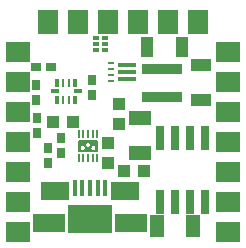
<source format=gts>
G04 DipTrace 2.4.0.2*
%INUSBBiPower3.2.gts*%
%MOIN*%
%ADD32R,0.071X0.044*%
%ADD33R,0.044X0.071*%
%ADD41C,0.0065*%
%ADD42C,0.007*%
%ADD52R,0.134X0.038*%
%ADD56R,0.0236X0.0098*%
%ADD57O,0.0236X0.0098*%
%ADD58R,0.0646X0.0173*%
%ADD65R,0.0252X0.0803*%
%ADD66R,0.022X0.0134*%
%ADD71R,0.1492X0.0921*%
%ADD72R,0.1079X0.0646*%
%ADD73R,0.0961X0.0646*%
%ADD74R,0.0173X0.0547*%
%ADD77R,0.011X0.0252*%
%ADD78R,0.011X0.0291*%
%ADD79R,0.0126X0.0291*%
%ADD80R,0.0291X0.0146*%
%ADD81R,0.037X0.0291*%
%ADD82R,0.0291X0.037*%
%ADD83R,0.0456X0.0726*%
%ADD84R,0.0726X0.0456*%
%ADD85R,0.0449X0.0409*%
%ADD86R,0.0409X0.0449*%
%ADD87R,0.0685X0.0816*%
%ADD88R,0.0816X0.0685*%
%FSLAX44Y44*%
G04*
G70*
G90*
G75*
G01*
%LNTopMask*%
%LPD*%
D88*
X10937Y4267D3*
X3937Y9267D3*
X10937Y7267D3*
Y8267D3*
Y9267D3*
Y10267D3*
D87*
X8937Y11267D3*
D88*
X3937Y4267D3*
Y5267D3*
Y6267D3*
Y7267D3*
D87*
X9937Y11267D3*
D86*
X6940Y7214D3*
Y6545D3*
X7316Y8518D3*
Y7848D3*
D85*
X5096Y7912D3*
X5765D3*
D84*
X8016Y8060D3*
Y6880D3*
D83*
X8574Y4446D3*
X9754D3*
D85*
X8127Y6298D3*
X7458D3*
D82*
X6411Y8822D3*
Y9334D3*
D88*
X10937Y5267D3*
Y6267D3*
X3937Y8267D3*
Y10267D3*
D82*
X4918Y6550D3*
Y7062D3*
X5368Y6882D3*
Y7394D3*
X4558Y8059D3*
Y7548D3*
X4540Y9174D3*
Y8662D3*
D81*
X4535Y9763D3*
X5047D3*
D80*
X5939Y8945D3*
D79*
X5840Y9240D3*
D78*
X5644D3*
X5447D3*
D79*
X5250D3*
D80*
X5151Y8945D3*
D79*
X5250Y8650D3*
D78*
X5447D3*
X5644D3*
D79*
X5840D3*
X5986Y7065D2*
D41*
X5987Y7073D1*
Y7080D1*
X5989Y7088D1*
X5990Y7095D1*
X5993Y7103D1*
X5995Y7110D1*
X5999Y7117D1*
X6002Y7123D1*
X6006Y7130D1*
X6011Y7136D1*
X6016Y7141D1*
X6021Y7147D1*
X6027Y7152D1*
X6033Y7156D1*
X6039Y7160D1*
X6045Y7164D1*
X6052Y7167D1*
X6059Y7169D1*
X6066Y7172D1*
X6073Y7173D1*
X6080Y7174D1*
X6088Y7175D1*
X6095D1*
X6102Y7174D1*
X6110Y7173D1*
X6117Y7172D1*
X6124Y7169D1*
X6131Y7167D1*
X6137Y7164D1*
X6144Y7160D1*
X6150Y7156D1*
X6156Y7152D1*
X6162Y7147D1*
X6167Y7141D1*
X6172Y7136D1*
X6176Y7130D1*
X6180Y7123D1*
X6184Y7117D1*
X6187Y7110D1*
X6190Y7103D1*
X6192Y7095D1*
X6194Y7088D1*
X6195Y7080D1*
X6196Y7073D1*
Y7065D1*
Y7057D1*
X6195Y7050D1*
X6194Y7042D1*
X6192Y7035D1*
X6190Y7027D1*
X6187Y7020D1*
X6184Y7013D1*
X6180Y7007D1*
X6176Y7000D1*
X6172Y6994D1*
X6167Y6988D1*
X6162Y6983D1*
X6156Y6978D1*
X6150Y6974D1*
X6144Y6970D1*
X6137Y6966D1*
X6131Y6963D1*
X6124Y6960D1*
X6117Y6958D1*
X6110Y6957D1*
X6102Y6956D1*
X6095Y6955D1*
X6088D1*
X6080Y6956D1*
X6073Y6957D1*
X6066Y6958D1*
X6059Y6960D1*
X6052Y6963D1*
X6045Y6966D1*
X6039Y6970D1*
X6033Y6974D1*
X6027Y6978D1*
X6021Y6983D1*
X6016Y6988D1*
X6011Y6994D1*
X6006Y7000D1*
X6002Y7007D1*
X5999Y7013D1*
X5995Y7020D1*
X5993Y7027D1*
X5990Y7035D1*
X5989Y7042D1*
X5987Y7050D1*
Y7057D1*
X5986Y7065D1*
X6341D2*
Y7073D1*
X6342Y7080D1*
X6343Y7088D1*
X6345Y7095D1*
X6347Y7103D1*
X6350Y7110D1*
X6353Y7117D1*
X6357Y7123D1*
X6361Y7130D1*
X6365Y7136D1*
X6370Y7141D1*
X6375Y7147D1*
X6381Y7152D1*
X6387Y7156D1*
X6393Y7160D1*
X6400Y7164D1*
X6406Y7167D1*
X6413Y7169D1*
X6420Y7172D1*
X6427Y7173D1*
X6435Y7174D1*
X6442Y7175D1*
X6449D1*
X6457Y7174D1*
X6464Y7173D1*
X6471Y7172D1*
X6478Y7169D1*
X6485Y7167D1*
X6492Y7164D1*
X6498Y7160D1*
X6504Y7156D1*
X6510Y7152D1*
X6516Y7147D1*
X6521Y7141D1*
X6526Y7136D1*
X6531Y7130D1*
X6535Y7123D1*
X6538Y7117D1*
X6542Y7110D1*
X6544Y7103D1*
X6547Y7095D1*
X6548Y7088D1*
X6550Y7080D1*
Y7073D1*
X6551Y7065D1*
X6550Y7057D1*
Y7050D1*
X6548Y7042D1*
X6547Y7035D1*
X6544Y7027D1*
X6542Y7020D1*
X6538Y7013D1*
X6535Y7007D1*
X6531Y7000D1*
X6526Y6994D1*
X6521Y6988D1*
X6516Y6983D1*
X6510Y6978D1*
X6504Y6974D1*
X6498Y6970D1*
X6492Y6966D1*
X6485Y6963D1*
X6478Y6960D1*
X6471Y6958D1*
X6464Y6957D1*
X6457Y6956D1*
X6449Y6955D1*
X6442D1*
X6435Y6956D1*
X6427Y6957D1*
X6420Y6958D1*
X6413Y6960D1*
X6406Y6963D1*
X6400Y6966D1*
X6393Y6970D1*
X6387Y6974D1*
X6381Y6978D1*
X6375Y6983D1*
X6370Y6988D1*
X6365Y6994D1*
X6361Y7000D1*
X6357Y7007D1*
X6353Y7013D1*
X6350Y7020D1*
X6347Y7027D1*
X6345Y7035D1*
X6343Y7042D1*
X6342Y7050D1*
X6341Y7057D1*
Y7065D1*
X6164Y7170D2*
Y7177D1*
X6165Y7185D1*
X6166Y7193D1*
X6168Y7200D1*
X6170Y7207D1*
X6173Y7215D1*
X6176Y7221D1*
X6180Y7228D1*
X6184Y7234D1*
X6188Y7240D1*
X6193Y7246D1*
X6198Y7252D1*
X6204Y7256D1*
X6210Y7261D1*
X6216Y7265D1*
X6223Y7269D1*
X6229Y7272D1*
X6236Y7274D1*
X6243Y7277D1*
X6250Y7278D1*
X6258Y7279D1*
X6265Y7280D1*
X6272D1*
X6280Y7279D1*
X6287Y7278D1*
X6294Y7277D1*
X6301Y7274D1*
X6308Y7272D1*
X6315Y7269D1*
X6321Y7265D1*
X6327Y7261D1*
X6333Y7256D1*
X6339Y7252D1*
X6344Y7246D1*
X6349Y7240D1*
X6353Y7234D1*
X6358Y7228D1*
X6361Y7221D1*
X6364Y7215D1*
X6367Y7207D1*
X6369Y7200D1*
X6371Y7193D1*
X6373Y7185D1*
Y7177D1*
X6374Y7170D1*
X6373Y7162D1*
Y7154D1*
X6371Y7147D1*
X6369Y7139D1*
X6367Y7132D1*
X6364Y7125D1*
X6361Y7118D1*
X6358Y7111D1*
X6353Y7105D1*
X6349Y7099D1*
X6344Y7093D1*
X6339Y7088D1*
X6333Y7083D1*
X6327Y7079D1*
X6321Y7075D1*
X6315Y7071D1*
X6308Y7068D1*
X6301Y7065D1*
X6294Y7063D1*
X6287Y7061D1*
X6280Y7060D1*
X6272D1*
X6265D1*
X6258D1*
X6250Y7061D1*
X6243Y7063D1*
X6236Y7065D1*
X6229Y7068D1*
X6223Y7071D1*
X6216Y7075D1*
X6210Y7079D1*
X6204Y7083D1*
X6198Y7088D1*
X6193Y7093D1*
X6188Y7099D1*
X6184Y7105D1*
X6180Y7111D1*
X6176Y7118D1*
X6173Y7125D1*
X6170Y7132D1*
X6168Y7139D1*
X6166Y7147D1*
X6165Y7154D1*
X6164Y7162D1*
Y7170D1*
G36*
X6376Y6928D2*
X6159D1*
Y7105D1*
X6376D1*
Y6928D1*
G37*
G36*
X6187Y7150D2*
X5948D1*
Y7284D1*
X6187D1*
Y7150D1*
G37*
G36*
X6578Y7154D2*
X6351D1*
Y7277D1*
X6578D1*
Y7154D1*
G37*
X6569Y6949D2*
D42*
X5974D1*
Y7293D1*
X6569D1*
Y6949D1*
D77*
X6583Y7515D3*
X6426D3*
X6268D3*
X6111D3*
X5953D3*
Y6728D3*
X6111D3*
X6268D3*
X6426D3*
X6583D3*
G36*
X4594Y11675D2*
X5280D1*
Y10859D1*
X4594D1*
Y11675D1*
G37*
D74*
X5822Y5736D3*
X6078D3*
X6333D3*
X6589D3*
X6845D3*
D73*
X5172Y5628D3*
X7495D3*
D72*
X4965Y4545D3*
X7702D3*
D71*
X6333Y4683D3*
D87*
X5937Y11267D3*
X6937D3*
X7937D3*
D52*
X8750Y8748D3*
Y9678D3*
D56*
X7025Y9886D3*
D57*
Y9689D3*
Y9492D3*
Y9295D3*
D58*
X7556Y9354D3*
Y9590D3*
Y9827D3*
D33*
X8227Y10444D3*
X9407D3*
D32*
X10039Y8656D3*
Y9836D3*
D66*
X6547Y10729D3*
Y10532D3*
Y10335D3*
X6850D3*
Y10532D3*
Y10729D3*
D65*
X10156Y7385D3*
X9656D3*
X9156D3*
X8656D3*
Y5259D3*
X9156D3*
X9656D3*
X10156D3*
M02*

</source>
